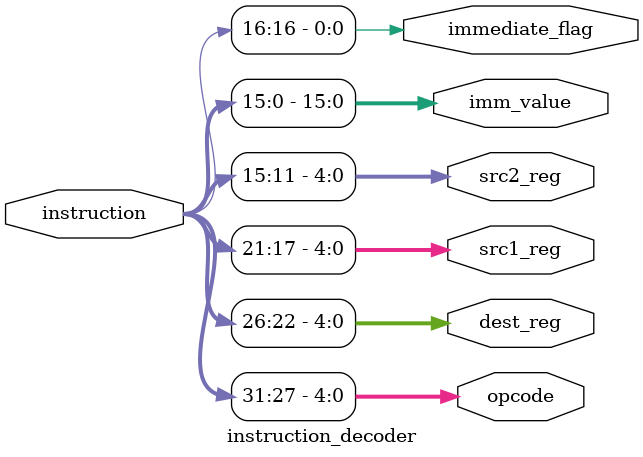
<source format=v>
`timescale 1ns / 1ps
module instruction_decoder(
    input [31:0] instruction,
    output [4:0] opcode,
    output [4:0] dest_reg,
    output [4:0] src1_reg,
    output [4:0] src2_reg,
    output [15:0] imm_value,
    output immediate_flag
);
assign opcode         = instruction[31:27];
assign dest_reg       = instruction[26:22];
assign src1_reg       = instruction[21:17];
assign immediate_flag = instruction[16];
assign src2_reg       = instruction[15:11];
assign imm_value      = instruction[15:0];
endmodule

</source>
